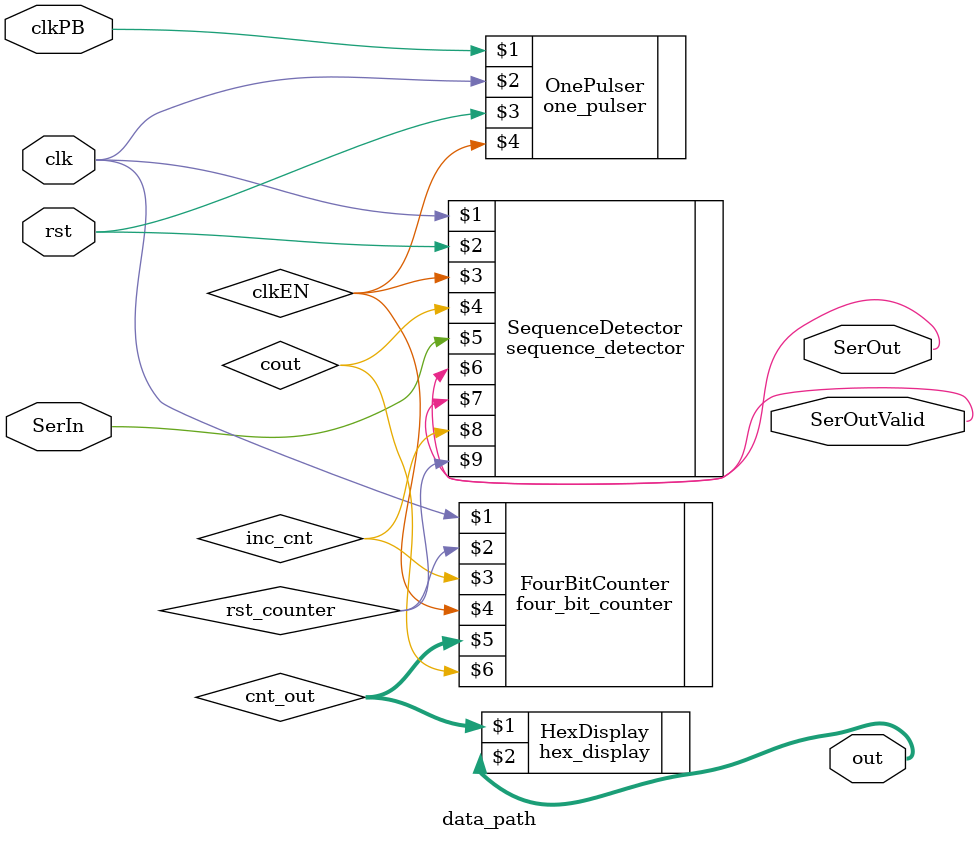
<source format=v>
module data_path(input clk, rst, clkPB, SerIn, output [7:0] out, output SerOutValid, SerOut);

wire clkEN, rst_counter, inc_cnt, cout;
wire [3:0] cnt_out;

four_bit_counter FourBitCounter(clk, rst_counter, inc_cnt, clkEN, cnt_out, cout);

one_pulser OnePulser(clkPB, clk, rst, clkEN);

hex_display HexDisplay(cnt_out, out);

sequence_detector SequenceDetector (clk, rst, clkEN, cout, SerIn, SerOut, SerOutValid, inc_cnt, rst_counter);

endmodule
</source>
